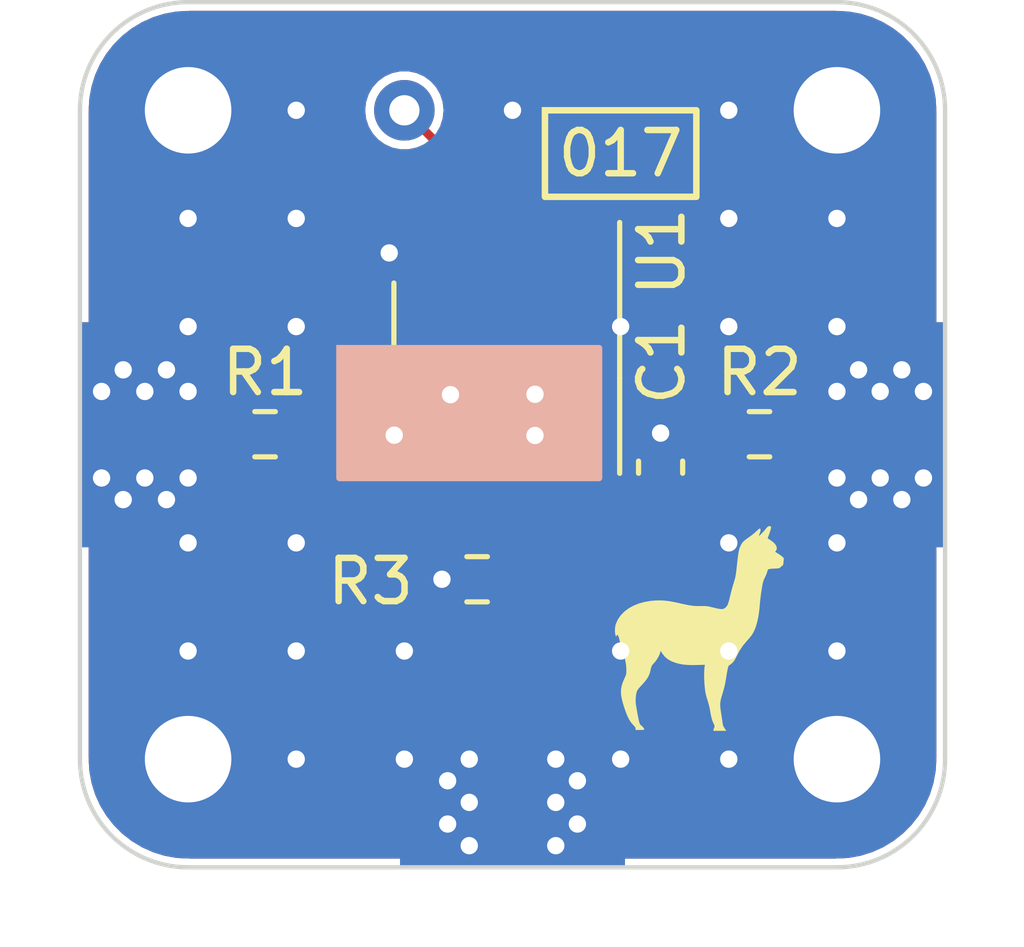
<source format=kicad_pcb>
(kicad_pcb (version 20211014) (generator pcbnew)
  (title_block (title "017-Johnson Counter") (date "2022-11-28") (rev "1") (company "Halidelabs") (comment 1 "contact@halidelabs.eu"))
  (layers (0 "F.Cu" signal) (31 "B.Cu" signal) (36 "B.SilkS" user "B.Silkscreen") (37 "F.SilkS" user "F.Silkscreen") (38 "B.Mask" user) (39 "F.Mask" user) (44 "Edge.Cuts" user))
  (net 0 "")
  (net 1 "GND")
  (net 2 "/VCC")
  (net 3 "/Q")
  (net 4 "/CLK")
  (net 5 "/I")
  (net 8 "Net-(J3-Pad1)")
  (net 9 "Net-(J2-Pad1)")
  (footprint "Resistor_SMD:R_0603_1608Metric" (layer "F.Cu") (at 159.1818 88.3412)
    (fp_text reference "R3" (at -2.4638 0.0508) (layer "F.SilkS"))
    (fp_text value "47R")
    (fp_line (start -0.237258 0.5225) (end 0.237258 0.5225) (layer "F.SilkS") (width 0.12))
    (fp_line (start -0.237258 -0.5225) (end 0.237258 -0.5225) (layer "F.SilkS") (width 0.12))
    (pad "1" smd roundrect (at -0.825 0) (size 0.8 0.95) (layers "F.Cu" "F.Paste" "F.Mask") (net 1 "GND"))
    (pad "2" smd roundrect (at 0.825 0) (size 0.8 0.95) (layers "F.Cu" "F.Paste" "F.Mask") (net 4 "/CLK"))
  )
  (footprint "modular-rf-bench-footprints:edge-connector" (layer "F.Cu") (at 170 85)
    (fp_text reference "J3")
    (fp_text value "CONN" hide)
    (pad "1" smd rect (at -1.5 0) (size 3 0.8) (layers "F.Cu") (net 8 "Net-(J3-Pad1)"))
    (pad "2" thru_hole circle (at -2 -1.5) (size 0.8 0.8) (drill 0.4) (layers *.Cu) (net 1 "GND"))
    (pad "2" thru_hole circle (at -2 1.5) (size 0.8 0.8) (drill 0.4) (layers *.Cu) (net 1 "GND"))
    (pad "2" thru_hole circle (at -0.5 1) (size 0.8 0.8) (drill 0.4) (layers *.Cu) (net 1 "GND"))
    (pad "2" smd rect (at -1.5 -1.6) (size 3 2) (layers "F.Cu") (net 1 "GND"))
    (pad "2" smd rect (at -1.5 0) (size 3 5.2) (layers "B.Cu") (net 1 "GND"))
    (pad "2" thru_hole circle (at -2.5 1) (size 0.8 0.8) (drill 0.4) (layers *.Cu) (net 1 "GND"))
    (pad "2" thru_hole circle (at -1 1.5) (size 0.8 0.8) (drill 0.4) (layers *.Cu) (net 1 "GND"))
    (pad "2" thru_hole circle (at -1 -1.5) (size 0.8 0.8) (drill 0.4) (layers *.Cu) (net 1 "GND"))
    (pad "2" thru_hole circle (at -0.5 -1) (size 0.8 0.8) (drill 0.4) (layers *.Cu) (net 1 "GND"))
    (pad "2" thru_hole circle (at -1.5 -1) (size 0.8 0.8) (drill 0.4) (layers *.Cu) (net 1 "GND"))
    (pad "2" thru_hole circle (at -1.5 1) (size 0.8 0.8) (drill 0.4) (layers *.Cu) (net 1 "GND"))
    (pad "2" smd rect (at -1.5 1.6) (size 3 2) (layers "F.Cu") (net 1 "GND"))
    (pad "2" thru_hole circle (at -2.5 -1) (size 0.8 0.8) (drill 0.4) (layers *.Cu) (net 1 "GND"))
  )
  (footprint "modular-rf-bench-footprints:M2-hole" (layer "F.Cu") (at 152.5 77.5)
    (fp_text reference "H1" hide)
    (fp_text value "M2" hide)
    (pad "1" thru_hole circle (at 0 0) (size 3.4 3.4) (drill 2) (layers *.Cu *.Mask) (net 1 "GND"))
  )
  (footprint "modular-rf-bench-footprints:M2-hole" (layer "F.Cu") (at 152.5 92.5)
    (fp_text reference "H2" hide)
    (fp_text value "M2" hide)
    (pad "1" thru_hole circle (at 0 0) (size 3.4 3.4) (drill 2) (layers *.Cu *.Mask) (net 1 "GND"))
  )
  (footprint "Resistor_SMD:R_0603_1608Metric" (layer "F.Cu") (at 154.2796 84.9884)
    (fp_text reference "R1" (at 0 -1.43) (layer "F.SilkS"))
    (fp_text value "47R")
    (fp_line (start -0.237258 -0.5225) (end 0.237258 -0.5225) (layer "F.SilkS") (width 0.12))
    (fp_line (start -0.237258 0.5225) (end 0.237258 0.5225) (layer "F.SilkS") (width 0.12))
    (pad "1" smd roundrect (at -0.825 0) (size 0.8 0.95) (layers "F.Cu" "F.Paste" "F.Mask") (net 9 "Net-(J2-Pad1)"))
    (pad "2" smd roundrect (at 0.825 0) (size 0.8 0.95) (layers "F.Cu" "F.Paste" "F.Mask") (net 3 "/Q"))
  )
  (footprint "modular-rf-bench-footprints:M2-hole" (layer "F.Cu") (at 167.5 77.5)
    (fp_text reference "H4" hide)
    (fp_text value "M2" hide)
    (pad "1" thru_hole circle (at 0 0) (size 3.4 3.4) (drill 2) (layers *.Cu *.Mask) (net 1 "GND"))
  )
  (footprint "Package_SO:TSSOP-14_4.4x5mm_P0.65mm" (layer "F.Cu") (at 159.8676 83.693 -90)
    (fp_text reference "U1" (at -2.921 -3.5814 90) (layer "F.SilkS"))
    (fp_text value "74LVX74MTCX")
    (fp_line (start 0 2.61) (end -2.2 2.61) (layer "F.SilkS") (width 0.12))
    (fp_line (start 0 -2.61) (end -3.6 -2.61) (layer "F.SilkS") (width 0.12))
    (fp_line (start 0 2.61) (end 2.2 2.61) (layer "F.SilkS") (width 0.12))
    (fp_line (start 0 -2.61) (end 2.2 -2.61) (layer "F.SilkS") (width 0.12))
    (pad "1" smd roundrect (at -2.8625 -1.95 270) (size 1.475 0.4) (layers "F.Cu" "F.Paste" "F.Mask") (net 2 "/VCC"))
    (pad "2" smd roundrect (at -2.8625 -1.3 270) (size 1.475 0.4) (layers "F.Cu" "F.Paste" "F.Mask") (net 3 "/Q"))
    (pad "3" smd roundrect (at -2.8625 -0.65 270) (size 1.475 0.4) (layers "F.Cu" "F.Paste" "F.Mask") (net 4 "/CLK"))
    (pad "4" smd roundrect (at -2.8625 0 270) (size 1.475 0.4) (layers "F.Cu" "F.Paste" "F.Mask") (net 2 "/VCC"))
    (pad "5" smd roundrect (at -2.8625 0.65 270) (size 1.475 0.4) (layers "F.Cu" "F.Paste" "F.Mask") (net 5 "/I"))
    (pad "6" smd roundrect (at -2.8625 1.3 270) (size 1.475 0.4) (layers "F.Cu" "F.Paste" "F.Mask"))
    (pad "7" smd roundrect (at -2.8625 1.95 270) (size 1.475 0.4) (layers "F.Cu" "F.Paste" "F.Mask") (net 1 "GND"))
    (pad "8" smd roundrect (at 2.8625 1.95 270) (size 1.475 0.4) (layers "F.Cu" "F.Paste" "F.Mask") (net 3 "/Q"))
    (pad "9" smd roundrect (at 2.8625 1.3 270) (size 1.475 0.4) (layers "F.Cu" "F.Paste" "F.Mask"))
    (pad "10" smd roundrect (at 2.8625 0.65 270) (size 1.475 0.4) (layers "F.Cu" "F.Paste" "F.Mask") (net 2 "/VCC"))
    (pad "11" smd roundrect (at 2.8625 0 270) (size 1.475 0.4) (layers "F.Cu" "F.Paste" "F.Mask") (net 4 "/CLK"))
    (pad "12" smd roundrect (at 2.8625 -0.65 270) (size 1.475 0.4) (layers "F.Cu" "F.Paste" "F.Mask") (net 5 "/I"))
    (pad "13" smd roundrect (at 2.8625 -1.3 270) (size 1.475 0.4) (layers "F.Cu" "F.Paste" "F.Mask") (net 2 "/VCC"))
    (pad "14" smd roundrect (at 2.8625 -1.95 270) (size 1.475 0.4) (layers "F.Cu" "F.Paste" "F.Mask") (net 2 "/VCC"))
  )
  (footprint "Capacitor_SMD:C_0603_1608Metric" (layer "F.Cu") (at 163.4236 85.7504 90)
    (fp_text reference "C1" (at 2.4384 0.0254 90) (layer "F.SilkS"))
    (fp_text value "100n")
    (fp_line (start -0.14058 -0.51) (end 0.14058 -0.51) (layer "F.SilkS") (width 0.12))
    (fp_line (start -0.14058 0.51) (end 0.14058 0.51) (layer "F.SilkS") (width 0.12))
    (pad "1" smd roundrect (at -0.775 0 90) (size 0.9 0.95) (layers "F.Cu" "F.Paste" "F.Mask") (net 2 "/VCC"))
    (pad "2" smd roundrect (at 0.775 0 90) (size 0.9 0.95) (layers "F.Cu" "F.Paste" "F.Mask") (net 1 "GND"))
  )
  (footprint "TestPoint:TestPoint_Pad_1.5x1.5mm" (layer "F.Cu") (at 157.5 77.5)
    (fp_text reference "J4" hide)
    (fp_text value "TestPoint_Pad_1.5x1.5mm")
    (pad "1" thru_hole circle (at 0 0) (size 1.4 1.4) (drill 0.7) (layers *.Cu *.Mask) (net 2 "/VCC"))
  )
  (footprint "modular-rf-bench-footprints:edge-connector" (layer "F.Cu") (at 150 85 180)
    (fp_text reference "J2")
    (fp_text value "CONN" hide)
    (pad "1" smd rect (at -1.5 0 180) (size 3 0.8) (layers "F.Cu") (net 9 "Net-(J2-Pad1)"))
    (pad "2" thru_hole circle (at -1 1.5 180) (size 0.8 0.8) (drill 0.4) (layers *.Cu) (net 1 "GND"))
    (pad "2" thru_hole circle (at -2 1.5 180) (size 0.8 0.8) (drill 0.4) (layers *.Cu) (net 1 "GND"))
    (pad "2" thru_hole circle (at -1.5 1 180) (size 0.8 0.8) (drill 0.4) (layers *.Cu) (net 1 "GND"))
    (pad "2" thru_hole circle (at -1.5 -1 180) (size 0.8 0.8) (drill 0.4) (layers *.Cu) (net 1 "GND"))
    (pad "2" thru_hole circle (at -2 -1.5 180) (size 0.8 0.8) (drill 0.4) (layers *.Cu) (net 1 "GND"))
    (pad "2" thru_hole circle (at -2.5 1 180) (size 0.8 0.8) (drill 0.4) (layers *.Cu) (net 1 "GND"))
    (pad "2" thru_hole circle (at -2.5 -1 180) (size 0.8 0.8) (drill 0.4) (layers *.Cu) (net 1 "GND"))
    (pad "2" smd rect (at -1.5 0 180) (size 3 5.2) (layers "B.Cu") (net 1 "GND"))
    (pad "2" thru_hole circle (at -0.5 -1 180) (size 0.8 0.8) (drill 0.4) (layers *.Cu) (net 1 "GND"))
    (pad "2" smd rect (at -1.5 1.6 180) (size 3 2) (layers "F.Cu") (net 1 "GND"))
    (pad "2" smd rect (at -1.5 -1.6 180) (size 3 2) (layers "F.Cu") (net 1 "GND"))
    (pad "2" thru_hole circle (at -1 -1.5 180) (size 0.8 0.8) (drill 0.4) (layers *.Cu) (net 1 "GND"))
    (pad "2" thru_hole circle (at -0.5 1 180) (size 0.8 0.8) (drill 0.4) (layers *.Cu) (net 1 "GND"))
  )
  (footprint "modular-rf-bench-footprints:M2-hole" (layer "F.Cu") (at 167.5 92.5)
    (fp_text reference "H3" hide)
    (fp_text value "M2" hide)
    (pad "1" thru_hole circle (at 0 0) (size 3.4 3.4) (drill 2) (layers *.Cu *.Mask) (net 1 "GND"))
  )
  (footprint "Resistor_SMD:R_0603_1608Metric" (layer "F.Cu") (at 165.7096 84.9884)
    (fp_text reference "R2" (at 0 -1.43) (layer "F.SilkS"))
    (fp_text value "47R")
    (fp_line (start -0.237258 -0.5225) (end 0.237258 -0.5225) (layer "F.SilkS") (width 0.12))
    (fp_line (start -0.237258 0.5225) (end 0.237258 0.5225) (layer "F.SilkS") (width 0.12))
    (pad "1" smd roundrect (at -0.825 0) (size 0.8 0.95) (layers "F.Cu" "F.Paste" "F.Mask") (net 5 "/I"))
    (pad "2" smd roundrect (at 0.825 0) (size 0.8 0.95) (layers "F.Cu" "F.Paste" "F.Mask") (net 8 "Net-(J3-Pad1)"))
  )
  (footprint "LOGO" (layer "F.Cu") (at 164.25 89.5)
    (fp_text reference "G***" hide)
    (fp_text value "LOGO" hide)
    (fp_poly (pts (xy 1.707208 -2.385083) (xy 1.72178 -2.377357) (xy 1.727638 -2.361209) (xy 1.724986 -2.333962) (xy 1.714028 -2.292938) (xy 1.695246 -2.236259) (xy 1.67886 -2.189554) (xy 1.664665 -2.150375) (xy 1.654112 -2.122636) (xy 1.64865 -2.110255) (xy 1.648486 -2.110054) (xy 1.654138 -2.102822) (xy 1.673545 -2.088435) (xy 1.702518 -2.069996) (xy 1.702794 -2.06983) (xy 1.765684 -2.026146) (xy 1.813512 -1.980369) (xy 1.845324 -1.93425) (xy 1.860162 -1.889541) (xy 1.85707 -1.847993) (xy 1.84052 -1.817555) (xy 1.820991 -1.793438) (xy 1.877555 -1.759364) (xy 1.917737 -1.733301) (xy 1.95925 -1.703533) (xy 1.980607 -1.68675) (xy 2.006661 -1.664073) (xy 2.019745 -1.647389) (xy 2.023211 -1.630016) (xy 2.020661 -1.606876) (xy 2.015636 -1.567128) (xy 2.012184 -1.526831) (xy 2.012056 -1.524528) (xy 2.006709 -1.493183) (xy 1.992958 -1.475529) (xy 1.987295 -1.472236) (xy 1.964024 -1.455734) (xy 1.944294 -1.435747) (xy 1.934232 -1.424962) (xy 1.921977 -1.417526) (xy 1.903462 -1.412581) (xy 1.874622 -1.409268) (xy 1.831391 -1.406728) (xy 1.800502 -1.40537) (xy 1.740844 -1.401769) (xy 1.695936 -1.396721) (xy 1.66814 -1.390536) (xy 1.661407 -1.387121) (xy 1.649381 -1.368624) (xy 1.640328 -1.340255) (xy 1.63945 -1.335453) (xy 1.632091 -1.309371) (xy 1.617507 -1.271305) (xy 1.5982 -1.227508) (xy 1.586787 -1.203865) (xy 1.569617 -1.168352) (xy 1.556241 -1.136883) (xy 1.545437 -1.105019) (xy 1.535983 -1.068321) (xy 1.526657 -1.022348) (xy 1.516238 -0.96266) (xy 1.510003 -0.924858) (xy 1.498611 -0.849525) (xy 1.487513 -0.766274) (xy 1.477703 -0.683243) (xy 1.470177 -0.608573) (xy 1.467711 -0.578682) (xy 1.453479 -0.42915) (xy 1.434101 -0.296565) (xy 1.409013 -0.177722) (xy 1.378053 -0.070634) (xy 1.349141 0.00713) (xy 1.316299 0.074946) (xy 1.27602 0.13851) (xy 1.224798 0.20352) (xy 1.175643 0.258199) (xy 1.077329 0.37528) (xy 0.993806 0.501629) (xy 0.931364 0.621186) (xy 0.903186 0.677903) (xy 0.877811 0.720375) (xy 0.851675 0.754018) (xy 0.828482 0.777604) (xy 0.800811 0.802117) (xy 0.778251 0.819713) (xy 0.765568 0.826682) (xy 0.765395 0.826688) (xy 0.753451 0.833218) (xy 0.741919 0.853767) (xy 0.730392 0.889773) (xy 0.718459 0.942674) (xy 0.705712 1.01391) (xy 0.697702 1.064739) (xy 0.682935 1.157753) (xy 0.668702 1.236626) (xy 0.653537 1.307789) (xy 0.635974 1.377671) (xy 0.61455 1.452702) (xy 0.594147 1.519151) (xy 0.573662 1.588767) (xy 0.559937 1.648459) (xy 0.552673 1.703792) (xy 0.551572 1.760332) (xy 0.556334 1.823643) (xy 0.566662 1.899292) (xy 0.571976 1.932384) (xy 0.581863 1.993891) (xy 0.591097 2.054175) (xy 0.598842 2.107582) (xy 0.604263 2.14846) (xy 0.605561 2.159723) (xy 0.612893 2.204728) (xy 0.626368 2.241894) (xy 0.650004 2.281963) (xy 0.652923 2.28631) (xy 0.693121 2.345728) (xy 0.391035 2.345728) (xy 0.398018 2.312144) (xy 0.406666 2.282384) (xy 0.417092 2.259536) (xy 0.421952 2.245992) (xy 0.419574 2.22758) (xy 0.408787 2.199446) (xy 0.396054 2.172292) (xy 0.37605 2.126603) (xy 0.359018 2.076762) (xy 0.343853 2.018573) (xy 0.329451 1.94784) (xy 0.315851 1.867612) (xy 0.305774 1.815487) (xy 0.290904 1.752618) (xy 0.27342 1.687715) (xy 0.259042 1.640272) (xy 0.239373 1.577432) (xy 0.224185 1.523154) (xy 0.212556 1.472312) (xy 0.203565 1.419774) (xy 0.19629 1.360411) (xy 0.18981 1.289094) (xy 0.185282 1.229699) (xy 0.180007 1.126544) (xy 0.179205 1.027802) (xy 0.18278 0.938429) (xy 0.190634 0.863381) (xy 0.192649 0.850881) (xy 0.198285 0.818238) (xy 0.013062 0.82396) (xy -0.107738 0.82548) (xy -0.212835 0.821724) (xy -0.306616 0.812274) (xy -0.393468 0.796713) (xy -0.464665 0.778501) (xy -0.571132 0.739636) (xy -0.66046 0.68959) (xy -0.733091 0.628052) (xy -0.789464 0.554711) (xy -0.795565 0.544391) (xy -0.824093 0.4946) (xy -0.831361 0.523556) (xy -0.851223 0.580742) (xy -0.881966 0.643838) (xy -0.919153 0.704875) (xy -0.958352 0.755885) (xy -0.964174 0.762224) (xy -0.998177 0.799253) (xy -1.020985 0.828535) (xy -1.036147 0.856807) (xy -1.047214 0.890804) (xy -1.057733 0.937262) (xy -1.058593 0.941406) (xy -1.077747 1.014043) (xy -1.104922 1.080397) (xy -1.14259 1.144725) (xy -1.193225 1.211286) (xy -1.255438 1.280306) (xy -1.299345 1.327086) (xy -1.330904 1.363066) (xy -1.352698 1.391736) (xy -1.367309 1.416586) (xy -1.377321 1.441105) (xy -1.379516 1.447943) (xy -1.393383 1.510336) (xy -1.40151 1.583767) (xy -1.403348 1.659269) (xy -1.39835 1.727875) (xy -1.397133 1.736045) (xy -1.378151 1.852191) (xy -1.361347 1.949249) (xy -1.346392 2.028646) (xy -1.332955 2.091809) (xy -1.320708 2.140166) (xy -1.30932 2.175143) (xy -1.298463 2.198166) (xy -1.287806 2.210664) (xy -1.287464 2.210907) (xy -1.256964 2.236176) (xy -1.229438 2.265811) (xy -1.210524 2.293348) (xy -1.206109 2.30412) (xy -1.204756 2.313632) (xy -1.209064 2.319721) (xy -1.222584 2.323146) (xy -1.248864 2.324671) (xy -1.291453 2.325054) (xy -1.303781 2.325061) (xy -1.406928 2.325061) (xy -1.404551 2.296643) (xy -1.406631 2.27843) (xy -1.417659 2.257689) (xy -1.440231 2.230433) (xy -1.463418 2.206224) (xy -1.506232 2.157147) (xy -1.545198 2.099598) (xy -1.581789 2.030726) (xy -1.617483 1.947679) (xy -1.653754 1.847608) (xy -1.662294 1.822003) (xy -1.697106 1.710358) (xy -1.722384 1.613609) (xy -1.738078 1.528285) (xy -1.744138 1.450921) (xy -1.740513 1.378048) (xy -1.727154 1.306198) (xy -1.704012 1.231903) (xy -1.671036 1.151696) (xy -1.652075 1.110862) (xy -1.636756 1.077573) (xy -1.626819 1.050567) (xy -1.621132 1.023669) (xy -1.618567 0.990701) (xy -1.617993 0.945488) (xy -1.618058 0.924857) (xy -1.625963 0.813717) (xy -1.648543 0.689349) (xy -1.685564 0.552839) (xy -1.720352 0.449512) (xy -1.738479 0.395325) (xy -1.755499 0.337402) (xy -1.768757 0.28505) (xy -1.772894 0.265233) (xy -1.785589 0.208368) (xy -1.799357 0.165227) (xy -1.813305 0.137191) (xy -1.826539 0.125643) (xy -1.838166 0.131965) (xy -1.846026 0.152044) (xy -1.850797 0.168673) (xy -1.85519 0.170196) (xy -1.862104 0.1549) (xy -1.867875 0.139127) (xy -1.878772 0.090843) (xy -1.88276 0.030839) (xy -1.880033 -0.033197) (xy -1.870784 -0.093578) (xy -1.861162 -0.127803) (xy -1.813901 -0.230684) (xy -1.748926 -0.324576) (xy -1.667469 -0.408757) (xy -1.570758 -0.482506) (xy -1.460023 -0.545102) (xy -1.336491 -0.595822) (xy -1.201393 -0.633946) (xy -1.055958 -0.658752) (xy -0.940358 -0.668205) (xy -0.852575 -0.670242) (xy -0.768501 -0.667683) (xy -0.683224 -0.659982) (xy -0.591831 -0.646595) (xy -0.48941 -0.626977) (xy -0.408289 -0.609192) (xy -0.312193 -0.587655) (xy -0.232421 -0.5708) (xy -0.165292 -0.558121) (xy -0.107125 -0.549111) (xy -0.054238 -0.543263) (xy -0.002951 -0.540071) (xy 0.050417 -0.539027) (xy 0.098629 -0.539425) (xy 0.154738 -0.540085) (xy 0.199013 -0.539411) (xy 0.23732 -0.536684) (xy 0.275528 -0.531182) (xy 0.319505 -0.522181) (xy 0.37512 -0.508962) (xy 0.403604 -0.501918) (xy 0.475622 -0.484786) (xy 0.531279 -0.473817) (xy 0.573946 -0.469024) (xy 0.606992 -0.470419) (xy 0.633788 -0.478013) (xy 0.657703 -0.49182) (xy 0.671833 -0.502891) (xy 0.692889 -0.523327) (xy 0.710733 -0.547871) (xy 0.726651 -0.579659) (xy 0.741925 -0.621827) (xy 0.75784 -0.677511) (xy 0.77568 -0.749847) (xy 0.779346 -0.765531) (xy 0.796905 -0.83723) (xy 0.818065 -0.917688) (xy 0.840306 -0.997626) (xy 0.861109 -1.067766) (xy 0.863452 -1.075283) (xy 0.878978 -1.125887) (xy 0.891303 -1.169705) (xy 0.901226 -1.211056) (xy 0.909547 -1.254259) (xy 0.917065 -1.303635) (xy 0.924579 -1.363502) (xy 0.932889 -1.438181) (xy 0.936002 -1.467372) (xy 0.947098 -1.569507) (xy 0.956972 -1.653593) (xy 0.966097 -1.722179) (xy 0.974945 -1.777812) (xy 0.983991 -1.823043) (xy 0.993707 -1.860418) (xy 1.004567 -1.892487) (xy 1.017044 -1.921798) (xy 1.022488 -1.933108) (xy 1.043227 -1.972305) (xy 1.064341 -2.004466) (xy 1.089403 -2.03324) (xy 1.121983 -2.062279) (xy 1.165654 -2.095234) (xy 1.214198 -2.129077) (xy 1.26388 -2.165032) (xy 1.315539 -2.205693) (xy 1.361923 -2.245205) (xy 1.38689 -2.268565) (xy 1.418275 -2.297957) (xy 1.445322 -2.320096) (xy 1.46414 -2.331951) (xy 1.469559 -2.332995) (xy 1.483132 -2.318377) (xy 1.484744 -2.288394) (xy 1.474416 -2.244522) (xy 1.468097 -2.226457) (xy 1.456615 -2.194668) (xy 1.44885 -2.171059) (xy 1.446704 -2.162272) (xy 1.453034 -2.164187) (xy 1.469982 -2.17846) (xy 1.494485 -2.201958) (xy 1.52348 -2.23155) (xy 1.553903 -2.264104) (xy 1.582693 -2.296485) (xy 1.606785 -2.325563) (xy 1.608411 -2.327645) (xy 1.635607 -2.360388) (xy 1.656294 -2.37884) (xy 1.674724 -2.386355) (xy 1.683716 -2.387063)) (layer "F.SilkS") (width 0) (fill solid))
  )
  (footprint "modular-rf-bench-footprints:edge-connector" (layer "F.Cu") (at 160 95 -90)
    (fp_text reference "J1")
    (fp_text value "CONN" hide)
    (pad "1" smd rect (at -1.5 0 270) (size 3 0.8) (layers "F.Cu") (net 4 "/CLK"))
    (pad "2" thru_hole circle (at -2 1.5 270) (size 0.8 0.8) (drill 0.4) (layers *.Cu) (net 1 "GND"))
    (pad "2" smd rect (at -1.5 -1.6 270) (size 3 2) (layers "F.Cu") (net 1 "GND"))
    (pad "2" thru_hole circle (at -2 -1.5 270) (size 0.8 0.8) (drill 0.4) (layers *.Cu) (net 1 "GND"))
    (pad "2" thru_hole circle (at -2.5 -1 270) (size 0.8 0.8) (drill 0.4) (layers *.Cu) (net 1 "GND"))
    (pad "2" thru_hole circle (at -1.5 1 270) (size 0.8 0.8) (drill 0.4) (layers *.Cu) (net 1 "GND"))
    (pad "2" thru_hole circle (at -1.5 -1 270) (size 0.8 0.8) (drill 0.4) (layers *.Cu) (net 1 "GND"))
    (pad "2" smd rect (at -1.5 0 270) (size 3 5.2) (layers "B.Cu") (net 1 "GND"))
    (pad "2" thru_hole circle (at -0.5 -1 270) (size 0.8 0.8) (drill 0.4) (layers *.Cu) (net 1 "GND"))
    (pad "2" thru_hole circle (at -1 1.5 270) (size 0.8 0.8) (drill 0.4) (layers *.Cu) (net 1 "GND"))
    (pad "2" thru_hole circle (at -2.5 1 270) (size 0.8 0.8) (drill 0.4) (layers *.Cu) (net 1 "GND"))
    (pad "2" smd rect (at -1.5 1.6 270) (size 3 2) (layers "F.Cu") (net 1 "GND"))
    (pad "2" thru_hole circle (at -0.5 1 270) (size 0.8 0.8) (drill 0.4) (layers *.Cu) (net 1 "GND"))
    (pad "2" thru_hole circle (at -1 -1.5 270) (size 0.8 0.8) (drill 0.4) (layers *.Cu) (net 1 "GND"))
  )
  (gr_rect (start 156 83) (end 162 86) (layer "B.SilkS") (width 0.15) (fill solid))
  (gr_rect (start 160.75 77.5) (end 164.25 79.5) (layer "F.SilkS") (width 0.15) (fill none))
  (gr_arc (start 150 77.5) (mid 150.732233 75.732233) (end 152.5 75) (layer "Edge.Cuts") (width 0.1))
  (gr_line (start 152.5 75) (end 167.5 75) (layer "Edge.Cuts") (width 0.1))
  (gr_arc (start 167.5 75) (mid 169.267767 75.732233) (end 170 77.5) (layer "Edge.Cuts") (width 0.1))
  (gr_line (start 150 92.5) (end 150 77.5) (layer "Edge.Cuts") (width 0.1))
  (gr_arc (start 152.5 95) (mid 150.732233 94.267767) (end 150 92.5) (layer "Edge.Cuts") (width 0.1))
  (gr_line (start 170 77.5) (end 170 92.5) (layer "Edge.Cuts") (width 0.1))
  (gr_arc (start 170 92.5) (mid 169.267767 94.267767) (end 167.5 95) (layer "Edge.Cuts") (width 0.1))
  (gr_line (start 167.5 95) (end 152.5 95) (layer "Edge.Cuts") (width 0.1))
  (gr_text "017" (at 162.5 78.5) (layer "F.SilkS") (effects (font (size 1 1))))
  (via (at 162.5 90) (size 0.8) (drill 0.4) (layers "F.Cu" "B.Cu") (net 1))
  (via (at 152.5 80) (size 0.8) (drill 0.4) (layers "F.Cu" "B.Cu") (net 1))
  (via (at 152.5 90) (size 0.8) (drill 0.4) (layers "F.Cu" "B.Cu") (net 1))
  (via (at 155 90) (size 0.8) (drill 0.4) (layers "F.Cu" "B.Cu") (net 1))
  (via (at 167.5 82.5) (size 0.8) (drill 0.4) (layers "F.Cu" "B.Cu") (net 1))
  (via (at 162.5 82.5) (size 0.8) (drill 0.4) (layers "F.Cu" "B.Cu") (net 1))
  (via (at 167.5 87.5) (size 0.8) (drill 0.4) (layers "F.Cu" "B.Cu") (net 1))
  (via (at 167.5 90) (size 0.8) (drill 0.4) (layers "F.Cu" "B.Cu") (net 1))
  (via (at 155 80) (size 0.8) (drill 0.4) (layers "F.Cu" "B.Cu") (net 1))
  (via (at 165 90) (size 0.8) (drill 0.4) (layers "F.Cu" "B.Cu") (net 1))
  (via (at 165 87.5) (size 0.8) (drill 0.4) (layers "F.Cu" "B.Cu") (net 1))
  (via (at 165 80) (size 0.8) (drill 0.4) (layers "F.Cu" "B.Cu") (net 1))
  (via (at 158.369 88.3412) (size 0.8) (drill 0.4) (layers "F.Cu" "B.Cu") (net 1))
  (via (at 160 77.5) (size 0.8) (drill 0.4) (layers "F.Cu" "B.Cu") (net 1))
  (via (at 157.5 90) (size 0.8) (drill 0.4) (layers "F.Cu" "B.Cu") (net 1))
  (via (at 165 92.5) (size 0.8) (drill 0.4) (layers "F.Cu" "B.Cu") (net 1))
  (via (at 152.5 82.5) (size 0.8) (drill 0.4) (layers "F.Cu" "B.Cu") (net 1))
  (via (at 157.1498 80.7974) (size 0.8) (drill 0.4) (layers "F.Cu" "B.Cu") (net 1))
  (via (at 163.4236 84.963) (size 0.8) (drill 0.4) (layers "F.Cu" "B.Cu") (net 1))
  (via (at 165 82.5) (size 0.8) (drill 0.4) (layers "F.Cu" "B.Cu") (net 1))
  (via (at 165 77.5) (size 0.8) (drill 0.4) (layers "F.Cu" "B.Cu") (net 1))
  (via (at 157.5 92.5) (size 0.8) (drill 0.4) (layers "F.Cu" "B.Cu") (net 1))
  (via (at 155 77.5) (size 0.8) (drill 0.4) (layers "F.Cu" "B.Cu") (net 1))
  (via (at 162.5 92.5) (size 0.8) (drill 0.4) (layers "F.Cu" "B.Cu") (net 1))
  (via (at 155 82.5) (size 0.8) (drill 0.4) (layers "F.Cu" "B.Cu") (net 1))
  (via (at 155 92.5) (size 0.8) (drill 0.4) (layers "F.Cu" "B.Cu") (net 1))
  (via (at 167.5 80) (size 0.8) (drill 0.4) (layers "F.Cu" "B.Cu") (net 1))
  (via (at 155 87.5) (size 0.8) (drill 0.4) (layers "F.Cu" "B.Cu") (net 1))
  (via (at 152.5 87.5) (size 0.8) (drill 0.4) (layers "F.Cu" "B.Cu") (net 1))
  (segment (start 159.8676 79.8676) (end 157.5 77.5) (width 0.2) (layer "F.Cu") (net 2))
  (segment (start 159.2176 86.5555) (end 159.2176 83.5048) (width 0.2) (layer "F.Cu") (net 2))
  (segment (start 160.271631 79.8406) (end 161.4762 79.8406) (width 0.2) (layer "F.Cu") (net 2))
  (segment (start 161.8176 80.8305) (end 161.8176 86.5555) (width 0.2) (layer "F.Cu") (net 2))
  (segment (start 161.1676 86.5555) (end 161.8176 86.5555) (width 0.2) (layer "F.Cu") (net 2))
  (segment (start 159.2176 83.5048) (end 159.8676 82.8548) (width 0.2) (layer "F.Cu") (net 2))
  (segment (start 159.8676 80.244631) (end 160.271631 79.8406) (width 0.2) (layer "F.Cu") (net 2))
  (segment (start 159.8676 80.8305) (end 159.8676 79.8676) (width 0.2) (layer "F.Cu") (net 2))
  (segment (start 159.8676 80.8305) (end 159.8676 80.244631) (width 0.2) (layer "F.Cu") (net 2))
  (segment (start 161.8176 80.182) (end 161.8176 80.8305) (width 0.2) (layer "F.Cu") (net 2))
  (segment (start 163.4236 86.5254) (end 161.8477 86.5254) (width 0.2) (layer "F.Cu") (net 2))
  (segment (start 161.4762 79.8406) (end 161.8176 80.182) (width 0.2) (layer "F.Cu") (net 2))
  (segment (start 159.8676 82.8548) (end 159.8676 80.8305) (width 0.2) (layer "F.Cu") (net 2))
  (segment (start 161.8477 86.5254) (end 161.8176 86.5555) (width 0.2) (layer "F.Cu") (net 2))
  (segment (start 161.1676 80.8305) (end 161.1676 83.416963) (width 0.2) (layer "F.Cu") (net 3))
  (segment (start 156.6717 86.5555) (end 157.9176 86.5555) (width 0.2) (layer "F.Cu") (net 3))
  (segment (start 158.5657 84.074) (end 157.9176 84.7221) (width 0.2) (layer "F.Cu") (net 3))
  (segment (start 155.13 84.963) (end 155.1046 84.9884) (width 0.2) (layer "F.Cu") (net 3))
  (segment (start 157.9176 84.7221) (end 157.9176 86.5555) (width 0.2) (layer "F.Cu") (net 3))
  (segment (start 161.1676 83.416963) (end 160.5195 84.065063) (width 0.2) (layer "F.Cu") (net 3))
  (segment (start 155.1046 84.9884) (end 156.6717 86.5555) (width 0.2) (layer "F.Cu") (net 3))
  (via (at 160.5195 84.065063) (size 0.8) (drill 0.4) (layers "F.Cu" "B.Cu") (net 3))
  (via (at 158.5657 84.074) (size 0.8) (drill 0.4) (layers "F.Cu" "B.Cu") (net 3))
  (segment (start 160.510563 84.074) (end 160.5195 84.065063) (width 0.2) (layer "B.Cu") (net 3))
  (segment (start 158.5657 84.074) (end 160.510563 84.074) (width 0.2) (layer "B.Cu") (net 3))
  (segment (start 159.8676 88.329) (end 159.8798 88.3412) (width 0.2) (layer "F.Cu") (net 4))
  (segment (start 160 93.5) (end 160 88.4614) (width 0.8) (layer "F.Cu") (net 4))
  (segment (start 159.8676 83.7946) (end 159.8676 86.5555) (width 0.2) (layer "F.Cu") (net 4))
  (segment (start 159.8676 86.5555) (end 159.8676 88.329) (width 0.2) (layer "F.Cu") (net 4))
  (segment (start 160.5176 80.8305) (end 160.5176 83.1446) (width 0.2) (layer "F.Cu") (net 4))
  (segment (start 160.5176 83.1446) (end 159.8676 83.7946) (width 0.2) (layer "F.Cu") (net 4))
  (segment (start 164.8846 84.9884) (end 164.8846 86.214546) (width 0.2) (layer "F.Cu") (net 5))
  (segment (start 160.921631 87.5454) (end 160.5176 87.141369) (width 0.2) (layer "F.Cu") (net 5))
  (segment (start 163.553746 87.5454) (end 160.921631 87.5454) (width 0.2) (layer "F.Cu") (net 5))
  (segment (start 157.2657 84.4153) (end 159.2176 82.4634) (width 0.2) (layer "F.Cu") (net 5))
  (segment (start 157.2657 85.010474) (end 157.2657 84.4153) (width 0.2) (layer "F.Cu") (net 5))
  (segment (start 159.2176 82.4634) (end 159.2176 80.8305) (width 0.2) (layer "F.Cu") (net 5))
  (segment (start 160.5176 85.018866) (end 160.5195 85.016966) (width 0.2) (layer "F.Cu") (net 5))
  (segment (start 160.5176 86.5555) (end 160.5176 85.018866) (width 0.2) (layer "F.Cu") (net 5))
  (segment (start 160.5176 86.5555) (end 160.5176 87.141369) (width 0.2) (layer "F.Cu") (net 5))
  (segment (start 164.8846 86.214546) (end 163.553746 87.5454) (width 0.2) (layer "F.Cu") (net 5))
  (via (at 160.5195 85.016966) (size 0.8) (drill 0.4) (layers "F.Cu" "B.Cu") (net 5))
  (via (at 157.2657 85.010474) (size 0.8) (drill 0.4) (layers "F.Cu" "B.Cu") (net 5))
  (segment (start 160.5195 85.016966) (end 157.272192 85.016966) (width 0.2) (layer "B.Cu") (net 5))
  (segment (start 157.272192 85.016966) (end 157.2657 85.010474) (width 0.2) (layer "B.Cu") (net 5))
  (segment (start 166.5462 85) (end 166.5346 84.9884) (width 0.8) (layer "F.Cu") (net 8))
  (segment (start 168.5 85) (end 166.5462 85) (width 0.8) (layer "F.Cu") (net 8))
  (segment (start 151.5 85) (end 153.443 85) (width 0.8) (layer "F.Cu") (net 9))
  (segment (start 153.443 85) (end 153.4546 84.9884) (width 0.8) (layer "F.Cu") (net 9))
  (zone (net 1) (net_name "GND") (layers F&B.Cu) (name "GND") (connect_pads yes (clearance 0.2)) (min_thickness 0.2) (fill yes (thermal_gap 0.2) (thermal_bridge_width 0.2))
    (polygon (pts (xy 170 95) (xy 150 95) (xy 150 75) (xy 170 75)))
  )
)
</source>
